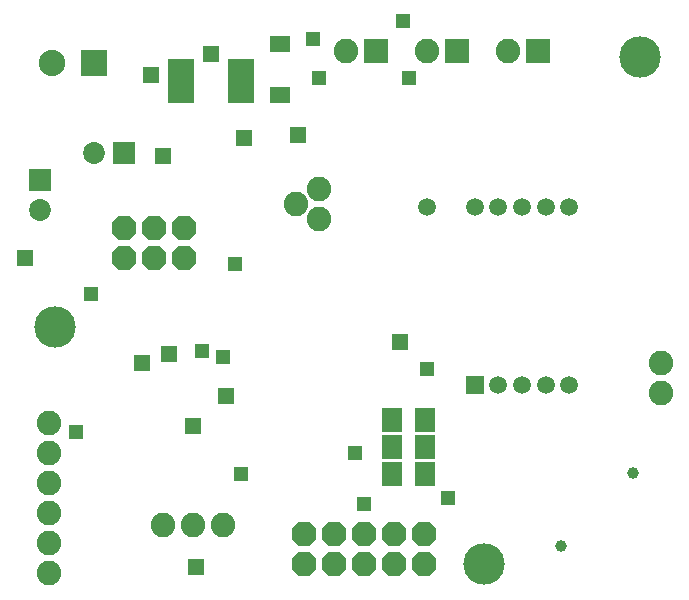
<source format=gbs>
G75*
%MOIN*%
%OFA0B0*%
%FSLAX24Y24*%
%IPPOS*%
%LPD*%
%AMOC8*
5,1,8,0,0,1.08239X$1,22.5*
%
%ADD10OC8,0.0820*%
%ADD11R,0.0710X0.0789*%
%ADD12R,0.0820X0.0820*%
%ADD13C,0.0820*%
%ADD14C,0.1380*%
%ADD15R,0.0880X0.0880*%
%ADD16C,0.0880*%
%ADD17R,0.0880X0.1480*%
%ADD18R,0.0659X0.0580*%
%ADD19C,0.0730*%
%ADD20R,0.0730X0.0730*%
%ADD21R,0.0595X0.0595*%
%ADD22C,0.0595*%
%ADD23C,0.0395*%
%ADD24R,0.0555X0.0555*%
%ADD25R,0.0476X0.0476*%
%ADD26R,0.0516X0.0516*%
D10*
X010220Y001600D03*
X011220Y001600D03*
X012220Y001600D03*
X013220Y001600D03*
X014220Y001600D03*
X014220Y002600D03*
X013220Y002600D03*
X012220Y002600D03*
X011220Y002600D03*
X010220Y002600D03*
X006220Y011800D03*
X005220Y011800D03*
X005220Y012800D03*
X006220Y012800D03*
X004220Y012800D03*
X004220Y011800D03*
D11*
X013168Y006400D03*
X013168Y005500D03*
X013168Y004600D03*
X014271Y004600D03*
X014271Y005500D03*
X014271Y006400D03*
D12*
X015320Y018700D03*
X012620Y018700D03*
X018020Y018700D03*
D13*
X001720Y001300D03*
X001720Y002300D03*
X001720Y003300D03*
X001720Y004300D03*
X001720Y005300D03*
X001720Y006300D03*
X005520Y002900D03*
X006520Y002900D03*
X007520Y002900D03*
X010720Y013100D03*
X009970Y013600D03*
X010720Y014100D03*
X011620Y018700D03*
X014320Y018700D03*
X017020Y018700D03*
X022120Y008300D03*
X022120Y007300D03*
D14*
X016220Y001600D03*
X001920Y009500D03*
X021420Y018500D03*
D15*
X003220Y018300D03*
D16*
X001842Y018300D03*
D17*
X006120Y017700D03*
X008120Y017700D03*
D18*
X009420Y017254D03*
X009420Y018946D03*
D19*
X003220Y015300D03*
X001420Y013400D03*
D20*
X001420Y014400D03*
X004220Y015300D03*
D21*
X015920Y007594D03*
D22*
X016707Y007594D03*
X017495Y007594D03*
X018282Y007594D03*
X019070Y007594D03*
X019070Y013500D03*
X018282Y013500D03*
X017495Y013500D03*
X016707Y013500D03*
X015920Y013500D03*
X014345Y013500D03*
D23*
X021205Y004635D03*
X018784Y002214D03*
D24*
X013420Y009000D03*
X007620Y007200D03*
X006520Y006200D03*
X004820Y008300D03*
X005720Y008600D03*
X000920Y011800D03*
X005520Y015200D03*
X008220Y015800D03*
X010020Y015900D03*
X007120Y018600D03*
X005120Y017900D03*
X006620Y001500D03*
D25*
X002620Y006000D03*
X006820Y008700D03*
X007520Y008500D03*
X007920Y011600D03*
X003120Y010600D03*
X010720Y017800D03*
X010520Y019100D03*
X013520Y019700D03*
X013720Y017800D03*
X014320Y008100D03*
X015020Y003800D03*
D26*
X012220Y003600D03*
X011920Y005300D03*
X008120Y004600D03*
M02*

</source>
